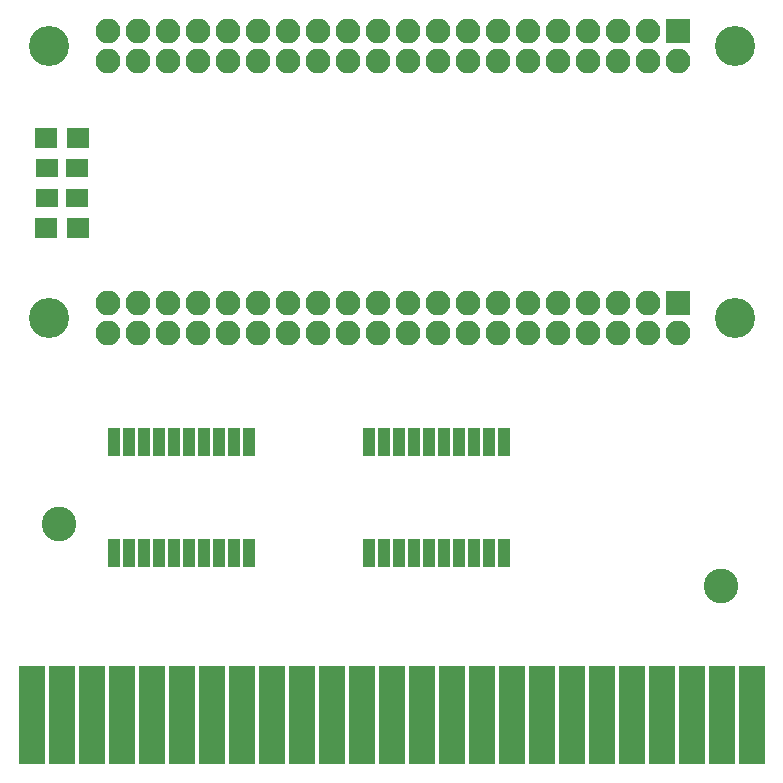
<source format=gbr>
G04 #@! TF.FileFunction,Soldermask,Bot*
%FSLAX46Y46*%
G04 Gerber Fmt 4.6, Leading zero omitted, Abs format (unit mm)*
G04 Created by KiCad (PCBNEW 4.0.7) date 01/19/18 22:03:17*
%MOMM*%
%LPD*%
G01*
G04 APERTURE LIST*
%ADD10C,0.100000*%
%ADD11C,2.940000*%
%ADD12R,2.200000X8.400000*%
%ADD13R,1.000000X2.350000*%
%ADD14R,2.100000X2.100000*%
%ADD15O,2.100000X2.100000*%
%ADD16C,3.400000*%
%ADD17R,1.900000X1.650000*%
%ADD18R,1.900000X1.700000*%
G04 APERTURE END LIST*
D10*
D11*
X185333640Y-98897440D03*
D12*
X187949840Y-109827440D03*
X185409840Y-109827440D03*
X182869840Y-109827440D03*
X180329840Y-109827440D03*
X177789840Y-109827440D03*
X175249840Y-109827440D03*
X172709840Y-109827440D03*
X170169840Y-109827440D03*
X167629840Y-109827440D03*
X165089840Y-109827440D03*
X162549840Y-109827440D03*
X160009840Y-109827440D03*
X157469840Y-109827440D03*
X154929840Y-109827440D03*
X152389840Y-109827440D03*
X149849840Y-109827440D03*
X147309840Y-109827440D03*
X144769840Y-109827440D03*
X142229840Y-109827440D03*
X139689840Y-109827440D03*
X137149840Y-109827440D03*
X134609840Y-109827440D03*
X132069840Y-109827440D03*
X129529840Y-109827440D03*
X126989840Y-109827440D03*
D11*
X129334260Y-93695520D03*
D13*
X155575000Y-86740000D03*
X156845000Y-86740000D03*
X158115000Y-86740000D03*
X159385000Y-86740000D03*
X160655000Y-86740000D03*
X161925000Y-86740000D03*
X163195000Y-86740000D03*
X164465000Y-86740000D03*
X165735000Y-86740000D03*
X167005000Y-86740000D03*
X167005000Y-96140000D03*
X165735000Y-96140000D03*
X164465000Y-96140000D03*
X163195000Y-96140000D03*
X161925000Y-96140000D03*
X160655000Y-96140000D03*
X159385000Y-96140000D03*
X158115000Y-96140000D03*
X156845000Y-96140000D03*
X155575000Y-96140000D03*
X133985000Y-86740000D03*
X135255000Y-86740000D03*
X136525000Y-86740000D03*
X137795000Y-86740000D03*
X139065000Y-86740000D03*
X140335000Y-86740000D03*
X141605000Y-86740000D03*
X142875000Y-86740000D03*
X144145000Y-86740000D03*
X145415000Y-86740000D03*
X145415000Y-96140000D03*
X144145000Y-96140000D03*
X142875000Y-96140000D03*
X141605000Y-96140000D03*
X140335000Y-96140000D03*
X139065000Y-96140000D03*
X137795000Y-96140000D03*
X136525000Y-96140000D03*
X135255000Y-96140000D03*
X133985000Y-96140000D03*
D14*
X181674000Y-74930000D03*
D15*
X181674000Y-77470000D03*
X179134000Y-74930000D03*
X179134000Y-77470000D03*
X176594000Y-74930000D03*
X176594000Y-77470000D03*
X174054000Y-74930000D03*
X174054000Y-77470000D03*
X171514000Y-74930000D03*
X171514000Y-77470000D03*
X168974000Y-74930000D03*
X168974000Y-77470000D03*
X166434000Y-74930000D03*
X166434000Y-77470000D03*
X163894000Y-74930000D03*
X163894000Y-77470000D03*
X161354000Y-74930000D03*
X161354000Y-77470000D03*
X158814000Y-74930000D03*
X158814000Y-77470000D03*
X156274000Y-74930000D03*
X156274000Y-77470000D03*
X153734000Y-74930000D03*
X153734000Y-77470000D03*
X151194000Y-74930000D03*
X151194000Y-77470000D03*
X148654000Y-74930000D03*
X148654000Y-77470000D03*
X146114000Y-74930000D03*
X146114000Y-77470000D03*
X143574000Y-74930000D03*
X143574000Y-77470000D03*
X141034000Y-74930000D03*
X141034000Y-77470000D03*
X138494000Y-74930000D03*
X138494000Y-77470000D03*
X135954000Y-74930000D03*
X135954000Y-77470000D03*
X133414000Y-74930000D03*
X133414000Y-77470000D03*
D14*
X181674000Y-51943000D03*
D15*
X181674000Y-54483000D03*
X179134000Y-51943000D03*
X179134000Y-54483000D03*
X176594000Y-51943000D03*
X176594000Y-54483000D03*
X174054000Y-51943000D03*
X174054000Y-54483000D03*
X171514000Y-51943000D03*
X171514000Y-54483000D03*
X168974000Y-51943000D03*
X168974000Y-54483000D03*
X166434000Y-51943000D03*
X166434000Y-54483000D03*
X163894000Y-51943000D03*
X163894000Y-54483000D03*
X161354000Y-51943000D03*
X161354000Y-54483000D03*
X158814000Y-51943000D03*
X158814000Y-54483000D03*
X156274000Y-51943000D03*
X156274000Y-54483000D03*
X153734000Y-51943000D03*
X153734000Y-54483000D03*
X151194000Y-51943000D03*
X151194000Y-54483000D03*
X148654000Y-51943000D03*
X148654000Y-54483000D03*
X146114000Y-51943000D03*
X146114000Y-54483000D03*
X143574000Y-51943000D03*
X143574000Y-54483000D03*
X141034000Y-51943000D03*
X141034000Y-54483000D03*
X138494000Y-51943000D03*
X138494000Y-54483000D03*
X135954000Y-51943000D03*
X135954000Y-54483000D03*
X133414000Y-51943000D03*
X133414000Y-54483000D03*
D16*
X128500000Y-76213000D03*
X128500000Y-53213000D03*
X186500000Y-53213000D03*
X186500000Y-76213000D03*
X186500000Y-76213000D03*
X186500000Y-53213000D03*
X128500000Y-53213000D03*
X128500000Y-76213000D03*
D17*
X128290000Y-63500000D03*
X130790000Y-63500000D03*
X130790000Y-66040000D03*
X128290000Y-66040000D03*
D18*
X128190000Y-60960000D03*
X130890000Y-60960000D03*
X128190000Y-68580000D03*
X130890000Y-68580000D03*
M02*

</source>
